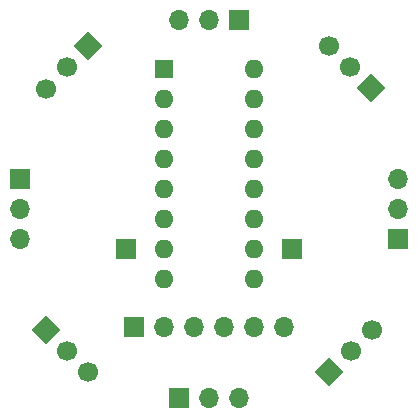
<source format=gbs>
%TF.GenerationSoftware,KiCad,Pcbnew,8.0.5*%
%TF.CreationDate,2024-12-10T18:09:28+10:00*%
%TF.ProjectId,windVane,77696e64-5661-46e6-952e-6b696361645f,rev?*%
%TF.SameCoordinates,Original*%
%TF.FileFunction,Soldermask,Bot*%
%TF.FilePolarity,Negative*%
%FSLAX46Y46*%
G04 Gerber Fmt 4.6, Leading zero omitted, Abs format (unit mm)*
G04 Created by KiCad (PCBNEW 8.0.5) date 2024-12-10 18:09:28*
%MOMM*%
%LPD*%
G01*
G04 APERTURE LIST*
G04 Aperture macros list*
%AMHorizOval*
0 Thick line with rounded ends*
0 $1 width*
0 $2 $3 position (X,Y) of the first rounded end (center of the circle)*
0 $4 $5 position (X,Y) of the second rounded end (center of the circle)*
0 Add line between two ends*
20,1,$1,$2,$3,$4,$5,0*
0 Add two circle primitives to create the rounded ends*
1,1,$1,$2,$3*
1,1,$1,$4,$5*%
%AMRotRect*
0 Rectangle, with rotation*
0 The origin of the aperture is its center*
0 $1 length*
0 $2 width*
0 $3 Rotation angle, in degrees counterclockwise*
0 Add horizontal line*
21,1,$1,$2,0,0,$3*%
G04 Aperture macros list end*
%ADD10R,1.700000X1.700000*%
%ADD11O,1.700000X1.700000*%
%ADD12RotRect,1.700000X1.700000X135.000000*%
%ADD13HorizOval,1.700000X0.000000X0.000000X0.000000X0.000000X0*%
%ADD14RotRect,1.700000X1.700000X225.000000*%
%ADD15HorizOval,1.700000X0.000000X0.000000X0.000000X0.000000X0*%
%ADD16R,1.600000X1.600000*%
%ADD17O,1.600000X1.600000*%
%ADD18RotRect,1.700000X1.700000X45.000000*%
%ADD19HorizOval,1.700000X0.000000X0.000000X0.000000X0.000000X0*%
%ADD20RotRect,1.700000X1.700000X315.000000*%
%ADD21HorizOval,1.700000X0.000000X0.000000X0.000000X0.000000X0*%
G04 APERTURE END LIST*
D10*
%TO.C,South1*%
X147475000Y-117000000D03*
D11*
X150015000Y-117000000D03*
X152555000Y-117000000D03*
%TD*%
D12*
%TO.C,SouthEast1*%
X160203949Y-114796051D03*
D13*
X162000000Y-113000000D03*
X163796051Y-111203949D03*
%TD*%
D14*
%TO.C,NorthEast1*%
X163750000Y-90750000D03*
D15*
X161953949Y-88953949D03*
X160157898Y-87157898D03*
%TD*%
D10*
%TO.C,West1*%
X134000000Y-98475000D03*
D11*
X134000000Y-101015000D03*
X134000000Y-103555000D03*
%TD*%
D16*
%TO.C,SN74HC165*%
X146200000Y-89125000D03*
D17*
X146200000Y-91665000D03*
X146200000Y-94205000D03*
X146200000Y-96745000D03*
X146200000Y-99285000D03*
X146200000Y-101825000D03*
X146200000Y-104365000D03*
X146200000Y-106905000D03*
X153820000Y-106905000D03*
X153820000Y-104365000D03*
X153820000Y-101825000D03*
X153820000Y-99285000D03*
X153820000Y-96745000D03*
X153820000Y-94205000D03*
X153820000Y-91665000D03*
X153820000Y-89125000D03*
%TD*%
D10*
%TO.C,J1*%
X143000000Y-104365000D03*
%TD*%
D18*
%TO.C,SouthWest1*%
X136203949Y-111203949D03*
D19*
X138000000Y-113000000D03*
X139796051Y-114796051D03*
%TD*%
D10*
%TO.C,North1*%
X152525000Y-85000000D03*
D11*
X149985000Y-85000000D03*
X147445000Y-85000000D03*
%TD*%
D10*
%TO.C,J2*%
X157000000Y-104365000D03*
%TD*%
%TO.C,East1*%
X166000000Y-103525000D03*
D11*
X166000000Y-100985000D03*
X166000000Y-98445000D03*
%TD*%
D20*
%TO.C,NorthWest1*%
X139796051Y-87203949D03*
D21*
X138000000Y-89000000D03*
X136203949Y-90796051D03*
%TD*%
D10*
%TO.C,SIG1*%
X143650000Y-111000000D03*
D11*
X146190000Y-111000000D03*
X148730000Y-111000000D03*
X151270000Y-111000000D03*
X153810000Y-111000000D03*
X156350000Y-111000000D03*
%TD*%
M02*

</source>
